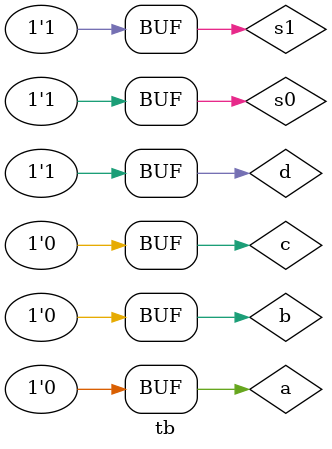
<source format=v>
module m41 (
	a,b,c,d,s0,s1,out
);
	input a,b,c,d,s0,s1;
	output out;
	assign out = a&(~s0)&(~s1)|b&(~s0)&(s1)|c&(s0)&(~s1)|d&s0&s1;
endmodule

// Testbench
module tb;
	reg a,b,c,d,s0,s1;
	wire out;
	m41 my_circuit(a,b,c,d,s0,s1,out);
	initial begin
		$display("a b c d s0 s1 out");
		$monitor("%b %b %b %b %b %b %b",a,b,c,d,s0,s1,out);
		a=0; b=0; c=0; d=0; s0=0; s1=0;
		#5
		a=1; b=0; c=0; d=0; s0=0; s1=0;
		#5
		a=0; b=1; c=0; d=0; s0=0; s1=1;
		#5
		a=0; b=0; c=1; d=0; s0=1; s1=0;
		#5
		a=0; b=0; c=0; d=1; s0=1; s1=1;
	end
endmodule
</source>
